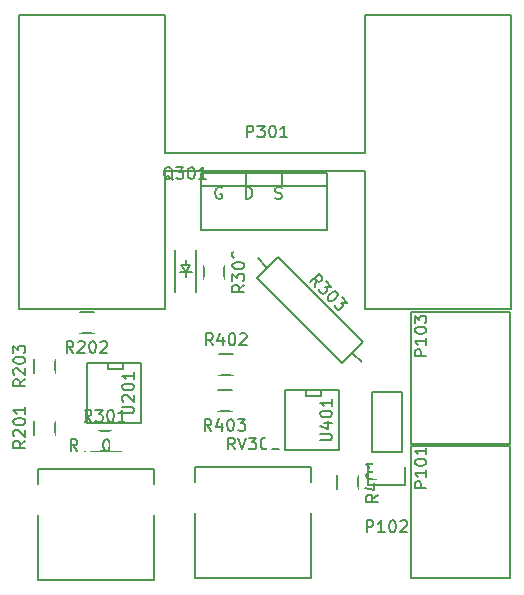
<source format=gto>
G04 #@! TF.FileFunction,Legend,Top*
%FSLAX46Y46*%
G04 Gerber Fmt 4.6, Leading zero omitted, Abs format (unit mm)*
G04 Created by KiCad (PCBNEW 4.0.2-4+6225~38~ubuntu14.04.1-stable) date Tue 01 Mar 2016 01:56:53 PM PST*
%MOMM*%
G01*
G04 APERTURE LIST*
%ADD10C,0.100000*%
%ADD11C,0.150000*%
%ADD12C,2.711400*%
%ADD13R,1.700000X1.900000*%
%ADD14R,1.900000X1.700000*%
%ADD15R,1.543000X0.908000*%
%ADD16R,1.620000X1.310000*%
%ADD17C,2.398980*%
%ADD18R,2.432000X2.127200*%
%ADD19O,2.432000X2.127200*%
%ADD20O,1.901140X2.899360*%
%ADD21R,2.940000X2.940000*%
%ADD22O,2.940000X2.940000*%
%ADD23C,2.400000*%
%ADD24O,2.400000X2.600000*%
G04 APERTURE END LIST*
D10*
D11*
X93332300Y-76454000D02*
X105638600Y-76454000D01*
X93332300Y-51562000D02*
X105638600Y-51562000D01*
X64033400Y-51562000D02*
X76339700Y-51562000D01*
X64033400Y-76454000D02*
X76339700Y-76454000D01*
X93332300Y-64757300D02*
X93332300Y-76454000D01*
X76339700Y-64757300D02*
X76339700Y-76454000D01*
X76342240Y-63258700D02*
X76339700Y-51562000D01*
X93332300Y-63258700D02*
X93332300Y-51562000D01*
X76339700Y-64757300D02*
X93332300Y-64757300D01*
X76339700Y-63258700D02*
X93332300Y-63258700D01*
X64033400Y-76454000D02*
X64033400Y-51562000D01*
X105638600Y-51562000D02*
X105638600Y-76454000D01*
X67042000Y-85887000D02*
X67042000Y-87087000D01*
X65292000Y-87087000D02*
X65292000Y-85887000D01*
X69123000Y-76722000D02*
X70323000Y-76722000D01*
X70323000Y-78472000D02*
X69123000Y-78472000D01*
X67042000Y-80680000D02*
X67042000Y-81880000D01*
X65292000Y-81880000D02*
X65292000Y-80680000D01*
X71847000Y-88505000D02*
X70647000Y-88505000D01*
X70647000Y-86755000D02*
X71847000Y-86755000D01*
X79643000Y-73879000D02*
X79643000Y-72679000D01*
X81393000Y-72679000D02*
X81393000Y-73879000D01*
X90946000Y-91659000D02*
X90946000Y-90459000D01*
X92696000Y-90459000D02*
X92696000Y-91659000D01*
X82134000Y-82028000D02*
X80934000Y-82028000D01*
X80934000Y-80278000D02*
X82134000Y-80278000D01*
X80807000Y-83326000D02*
X82007000Y-83326000D01*
X82007000Y-85076000D02*
X80807000Y-85076000D01*
X74295000Y-81026000D02*
X74295000Y-86106000D01*
X74295000Y-86106000D02*
X69723000Y-86106000D01*
X69723000Y-86106000D02*
X69723000Y-81026000D01*
X69723000Y-81026000D02*
X74295000Y-81026000D01*
X72771000Y-81026000D02*
X72771000Y-81534000D01*
X72771000Y-81534000D02*
X71501000Y-81534000D01*
X71501000Y-81534000D02*
X71501000Y-81026000D01*
X91059000Y-83312000D02*
X91059000Y-88392000D01*
X91059000Y-88392000D02*
X86487000Y-88392000D01*
X86487000Y-88392000D02*
X86487000Y-83312000D01*
X86487000Y-83312000D02*
X91059000Y-83312000D01*
X89535000Y-83312000D02*
X89535000Y-83820000D01*
X89535000Y-83820000D02*
X88265000Y-83820000D01*
X88265000Y-83820000D02*
X88265000Y-83312000D01*
X78105000Y-72707500D02*
X78105000Y-72326500D01*
X78105000Y-73723500D02*
X78105000Y-73342500D01*
X78105000Y-73342500D02*
X77724000Y-72707500D01*
X77724000Y-72707500D02*
X78486000Y-72707500D01*
X78486000Y-72707500D02*
X78105000Y-73342500D01*
X77597000Y-73342500D02*
X78613000Y-73342500D01*
X79005000Y-75025000D02*
X79005000Y-71485000D01*
X77205000Y-75025000D02*
X77205000Y-71485000D01*
X85921224Y-72060173D02*
X84125173Y-73856224D01*
X84125173Y-73856224D02*
X91309378Y-81040429D01*
X91309378Y-81040429D02*
X93105429Y-79244378D01*
X93105429Y-79244378D02*
X85921224Y-72060173D01*
X93020576Y-80955576D02*
X92207403Y-80142403D01*
X84210026Y-72145026D02*
X85023198Y-72958198D01*
X96393000Y-88519000D02*
X96393000Y-83439000D01*
X96393000Y-83439000D02*
X93853000Y-83439000D01*
X93853000Y-83439000D02*
X93853000Y-88519000D01*
X93573000Y-91339000D02*
X93573000Y-89789000D01*
X93853000Y-88519000D02*
X96393000Y-88519000D01*
X96673000Y-89789000D02*
X96673000Y-91339000D01*
X96673000Y-91339000D02*
X93573000Y-91339000D01*
X83185000Y-64897000D02*
X83185000Y-66040000D01*
X86233000Y-64897000D02*
X86233000Y-66040000D01*
X90043000Y-66040000D02*
X90043000Y-69723000D01*
X90043000Y-69723000D02*
X79375000Y-69723000D01*
X79375000Y-69723000D02*
X79375000Y-66040000D01*
X90043000Y-64897000D02*
X90043000Y-66040000D01*
X90043000Y-66040000D02*
X79375000Y-66040000D01*
X79375000Y-66040000D02*
X79375000Y-64897000D01*
X84709000Y-64897000D02*
X79375000Y-64897000D01*
X84709000Y-64897000D02*
X90043000Y-64897000D01*
X97155000Y-99187000D02*
X105537000Y-99187000D01*
X105537000Y-97409000D02*
X105537000Y-93599000D01*
X105537000Y-99187000D02*
X105537000Y-88011000D01*
X105537000Y-88011000D02*
X97155000Y-88011000D01*
X97155000Y-88011000D02*
X97155000Y-99187000D01*
X97155000Y-87884000D02*
X105537000Y-87884000D01*
X105537000Y-86106000D02*
X105537000Y-82296000D01*
X105537000Y-87884000D02*
X105537000Y-76708000D01*
X105537000Y-76708000D02*
X97155000Y-76708000D01*
X97155000Y-76708000D02*
X97155000Y-87884000D01*
X78920000Y-99258000D02*
X88720000Y-99258000D01*
X78920000Y-89858000D02*
X88720000Y-89858000D01*
X88720000Y-89858000D02*
X88720000Y-99258000D01*
X78920000Y-89858000D02*
X78920000Y-99258000D01*
X65585000Y-99385000D02*
X75385000Y-99385000D01*
X65585000Y-89985000D02*
X75385000Y-89985000D01*
X75385000Y-89985000D02*
X75385000Y-99385000D01*
X65585000Y-89985000D02*
X65585000Y-99385000D01*
X83272524Y-61920381D02*
X83272524Y-60920381D01*
X83653477Y-60920381D01*
X83748715Y-60968000D01*
X83796334Y-61015619D01*
X83843953Y-61110857D01*
X83843953Y-61253714D01*
X83796334Y-61348952D01*
X83748715Y-61396571D01*
X83653477Y-61444190D01*
X83272524Y-61444190D01*
X84177286Y-60920381D02*
X84796334Y-60920381D01*
X84463000Y-61301333D01*
X84605858Y-61301333D01*
X84701096Y-61348952D01*
X84748715Y-61396571D01*
X84796334Y-61491810D01*
X84796334Y-61729905D01*
X84748715Y-61825143D01*
X84701096Y-61872762D01*
X84605858Y-61920381D01*
X84320143Y-61920381D01*
X84224905Y-61872762D01*
X84177286Y-61825143D01*
X85415381Y-60920381D02*
X85510620Y-60920381D01*
X85605858Y-60968000D01*
X85653477Y-61015619D01*
X85701096Y-61110857D01*
X85748715Y-61301333D01*
X85748715Y-61539429D01*
X85701096Y-61729905D01*
X85653477Y-61825143D01*
X85605858Y-61872762D01*
X85510620Y-61920381D01*
X85415381Y-61920381D01*
X85320143Y-61872762D01*
X85272524Y-61825143D01*
X85224905Y-61729905D01*
X85177286Y-61539429D01*
X85177286Y-61301333D01*
X85224905Y-61110857D01*
X85272524Y-61015619D01*
X85320143Y-60968000D01*
X85415381Y-60920381D01*
X86701096Y-61920381D02*
X86129667Y-61920381D01*
X86415381Y-61920381D02*
X86415381Y-60920381D01*
X86320143Y-61063238D01*
X86224905Y-61158476D01*
X86129667Y-61206095D01*
X64519381Y-87606047D02*
X64043190Y-87939381D01*
X64519381Y-88177476D02*
X63519381Y-88177476D01*
X63519381Y-87796523D01*
X63567000Y-87701285D01*
X63614619Y-87653666D01*
X63709857Y-87606047D01*
X63852714Y-87606047D01*
X63947952Y-87653666D01*
X63995571Y-87701285D01*
X64043190Y-87796523D01*
X64043190Y-88177476D01*
X63614619Y-87225095D02*
X63567000Y-87177476D01*
X63519381Y-87082238D01*
X63519381Y-86844142D01*
X63567000Y-86748904D01*
X63614619Y-86701285D01*
X63709857Y-86653666D01*
X63805095Y-86653666D01*
X63947952Y-86701285D01*
X64519381Y-87272714D01*
X64519381Y-86653666D01*
X63519381Y-86034619D02*
X63519381Y-85939380D01*
X63567000Y-85844142D01*
X63614619Y-85796523D01*
X63709857Y-85748904D01*
X63900333Y-85701285D01*
X64138429Y-85701285D01*
X64328905Y-85748904D01*
X64424143Y-85796523D01*
X64471762Y-85844142D01*
X64519381Y-85939380D01*
X64519381Y-86034619D01*
X64471762Y-86129857D01*
X64424143Y-86177476D01*
X64328905Y-86225095D01*
X64138429Y-86272714D01*
X63900333Y-86272714D01*
X63709857Y-86225095D01*
X63614619Y-86177476D01*
X63567000Y-86129857D01*
X63519381Y-86034619D01*
X64519381Y-84748904D02*
X64519381Y-85320333D01*
X64519381Y-85034619D02*
X63519381Y-85034619D01*
X63662238Y-85129857D01*
X63757476Y-85225095D01*
X63805095Y-85320333D01*
X68603953Y-80149381D02*
X68270619Y-79673190D01*
X68032524Y-80149381D02*
X68032524Y-79149381D01*
X68413477Y-79149381D01*
X68508715Y-79197000D01*
X68556334Y-79244619D01*
X68603953Y-79339857D01*
X68603953Y-79482714D01*
X68556334Y-79577952D01*
X68508715Y-79625571D01*
X68413477Y-79673190D01*
X68032524Y-79673190D01*
X68984905Y-79244619D02*
X69032524Y-79197000D01*
X69127762Y-79149381D01*
X69365858Y-79149381D01*
X69461096Y-79197000D01*
X69508715Y-79244619D01*
X69556334Y-79339857D01*
X69556334Y-79435095D01*
X69508715Y-79577952D01*
X68937286Y-80149381D01*
X69556334Y-80149381D01*
X70175381Y-79149381D02*
X70270620Y-79149381D01*
X70365858Y-79197000D01*
X70413477Y-79244619D01*
X70461096Y-79339857D01*
X70508715Y-79530333D01*
X70508715Y-79768429D01*
X70461096Y-79958905D01*
X70413477Y-80054143D01*
X70365858Y-80101762D01*
X70270620Y-80149381D01*
X70175381Y-80149381D01*
X70080143Y-80101762D01*
X70032524Y-80054143D01*
X69984905Y-79958905D01*
X69937286Y-79768429D01*
X69937286Y-79530333D01*
X69984905Y-79339857D01*
X70032524Y-79244619D01*
X70080143Y-79197000D01*
X70175381Y-79149381D01*
X70889667Y-79244619D02*
X70937286Y-79197000D01*
X71032524Y-79149381D01*
X71270620Y-79149381D01*
X71365858Y-79197000D01*
X71413477Y-79244619D01*
X71461096Y-79339857D01*
X71461096Y-79435095D01*
X71413477Y-79577952D01*
X70842048Y-80149381D01*
X71461096Y-80149381D01*
X64519381Y-82399047D02*
X64043190Y-82732381D01*
X64519381Y-82970476D02*
X63519381Y-82970476D01*
X63519381Y-82589523D01*
X63567000Y-82494285D01*
X63614619Y-82446666D01*
X63709857Y-82399047D01*
X63852714Y-82399047D01*
X63947952Y-82446666D01*
X63995571Y-82494285D01*
X64043190Y-82589523D01*
X64043190Y-82970476D01*
X63614619Y-82018095D02*
X63567000Y-81970476D01*
X63519381Y-81875238D01*
X63519381Y-81637142D01*
X63567000Y-81541904D01*
X63614619Y-81494285D01*
X63709857Y-81446666D01*
X63805095Y-81446666D01*
X63947952Y-81494285D01*
X64519381Y-82065714D01*
X64519381Y-81446666D01*
X63519381Y-80827619D02*
X63519381Y-80732380D01*
X63567000Y-80637142D01*
X63614619Y-80589523D01*
X63709857Y-80541904D01*
X63900333Y-80494285D01*
X64138429Y-80494285D01*
X64328905Y-80541904D01*
X64424143Y-80589523D01*
X64471762Y-80637142D01*
X64519381Y-80732380D01*
X64519381Y-80827619D01*
X64471762Y-80922857D01*
X64424143Y-80970476D01*
X64328905Y-81018095D01*
X64138429Y-81065714D01*
X63900333Y-81065714D01*
X63709857Y-81018095D01*
X63614619Y-80970476D01*
X63567000Y-80922857D01*
X63519381Y-80827619D01*
X63519381Y-80160952D02*
X63519381Y-79541904D01*
X63900333Y-79875238D01*
X63900333Y-79732380D01*
X63947952Y-79637142D01*
X63995571Y-79589523D01*
X64090810Y-79541904D01*
X64328905Y-79541904D01*
X64424143Y-79589523D01*
X64471762Y-79637142D01*
X64519381Y-79732380D01*
X64519381Y-80018095D01*
X64471762Y-80113333D01*
X64424143Y-80160952D01*
X70127953Y-85982381D02*
X69794619Y-85506190D01*
X69556524Y-85982381D02*
X69556524Y-84982381D01*
X69937477Y-84982381D01*
X70032715Y-85030000D01*
X70080334Y-85077619D01*
X70127953Y-85172857D01*
X70127953Y-85315714D01*
X70080334Y-85410952D01*
X70032715Y-85458571D01*
X69937477Y-85506190D01*
X69556524Y-85506190D01*
X70461286Y-84982381D02*
X71080334Y-84982381D01*
X70747000Y-85363333D01*
X70889858Y-85363333D01*
X70985096Y-85410952D01*
X71032715Y-85458571D01*
X71080334Y-85553810D01*
X71080334Y-85791905D01*
X71032715Y-85887143D01*
X70985096Y-85934762D01*
X70889858Y-85982381D01*
X70604143Y-85982381D01*
X70508905Y-85934762D01*
X70461286Y-85887143D01*
X71699381Y-84982381D02*
X71794620Y-84982381D01*
X71889858Y-85030000D01*
X71937477Y-85077619D01*
X71985096Y-85172857D01*
X72032715Y-85363333D01*
X72032715Y-85601429D01*
X71985096Y-85791905D01*
X71937477Y-85887143D01*
X71889858Y-85934762D01*
X71794620Y-85982381D01*
X71699381Y-85982381D01*
X71604143Y-85934762D01*
X71556524Y-85887143D01*
X71508905Y-85791905D01*
X71461286Y-85601429D01*
X71461286Y-85363333D01*
X71508905Y-85172857D01*
X71556524Y-85077619D01*
X71604143Y-85030000D01*
X71699381Y-84982381D01*
X72985096Y-85982381D02*
X72413667Y-85982381D01*
X72699381Y-85982381D02*
X72699381Y-84982381D01*
X72604143Y-85125238D01*
X72508905Y-85220476D01*
X72413667Y-85268095D01*
X83070381Y-74398047D02*
X82594190Y-74731381D01*
X83070381Y-74969476D02*
X82070381Y-74969476D01*
X82070381Y-74588523D01*
X82118000Y-74493285D01*
X82165619Y-74445666D01*
X82260857Y-74398047D01*
X82403714Y-74398047D01*
X82498952Y-74445666D01*
X82546571Y-74493285D01*
X82594190Y-74588523D01*
X82594190Y-74969476D01*
X82070381Y-74064714D02*
X82070381Y-73445666D01*
X82451333Y-73779000D01*
X82451333Y-73636142D01*
X82498952Y-73540904D01*
X82546571Y-73493285D01*
X82641810Y-73445666D01*
X82879905Y-73445666D01*
X82975143Y-73493285D01*
X83022762Y-73540904D01*
X83070381Y-73636142D01*
X83070381Y-73921857D01*
X83022762Y-74017095D01*
X82975143Y-74064714D01*
X82070381Y-72826619D02*
X82070381Y-72731380D01*
X82118000Y-72636142D01*
X82165619Y-72588523D01*
X82260857Y-72540904D01*
X82451333Y-72493285D01*
X82689429Y-72493285D01*
X82879905Y-72540904D01*
X82975143Y-72588523D01*
X83022762Y-72636142D01*
X83070381Y-72731380D01*
X83070381Y-72826619D01*
X83022762Y-72921857D01*
X82975143Y-72969476D01*
X82879905Y-73017095D01*
X82689429Y-73064714D01*
X82451333Y-73064714D01*
X82260857Y-73017095D01*
X82165619Y-72969476D01*
X82118000Y-72921857D01*
X82070381Y-72826619D01*
X82165619Y-72112333D02*
X82118000Y-72064714D01*
X82070381Y-71969476D01*
X82070381Y-71731380D01*
X82118000Y-71636142D01*
X82165619Y-71588523D01*
X82260857Y-71540904D01*
X82356095Y-71540904D01*
X82498952Y-71588523D01*
X83070381Y-72159952D01*
X83070381Y-71540904D01*
X94373381Y-92178047D02*
X93897190Y-92511381D01*
X94373381Y-92749476D02*
X93373381Y-92749476D01*
X93373381Y-92368523D01*
X93421000Y-92273285D01*
X93468619Y-92225666D01*
X93563857Y-92178047D01*
X93706714Y-92178047D01*
X93801952Y-92225666D01*
X93849571Y-92273285D01*
X93897190Y-92368523D01*
X93897190Y-92749476D01*
X93706714Y-91320904D02*
X94373381Y-91320904D01*
X93325762Y-91559000D02*
X94040048Y-91797095D01*
X94040048Y-91178047D01*
X93373381Y-90606619D02*
X93373381Y-90511380D01*
X93421000Y-90416142D01*
X93468619Y-90368523D01*
X93563857Y-90320904D01*
X93754333Y-90273285D01*
X93992429Y-90273285D01*
X94182905Y-90320904D01*
X94278143Y-90368523D01*
X94325762Y-90416142D01*
X94373381Y-90511380D01*
X94373381Y-90606619D01*
X94325762Y-90701857D01*
X94278143Y-90749476D01*
X94182905Y-90797095D01*
X93992429Y-90844714D01*
X93754333Y-90844714D01*
X93563857Y-90797095D01*
X93468619Y-90749476D01*
X93421000Y-90701857D01*
X93373381Y-90606619D01*
X94373381Y-89320904D02*
X94373381Y-89892333D01*
X94373381Y-89606619D02*
X93373381Y-89606619D01*
X93516238Y-89701857D01*
X93611476Y-89797095D01*
X93659095Y-89892333D01*
X80414953Y-79505381D02*
X80081619Y-79029190D01*
X79843524Y-79505381D02*
X79843524Y-78505381D01*
X80224477Y-78505381D01*
X80319715Y-78553000D01*
X80367334Y-78600619D01*
X80414953Y-78695857D01*
X80414953Y-78838714D01*
X80367334Y-78933952D01*
X80319715Y-78981571D01*
X80224477Y-79029190D01*
X79843524Y-79029190D01*
X81272096Y-78838714D02*
X81272096Y-79505381D01*
X81034000Y-78457762D02*
X80795905Y-79172048D01*
X81414953Y-79172048D01*
X81986381Y-78505381D02*
X82081620Y-78505381D01*
X82176858Y-78553000D01*
X82224477Y-78600619D01*
X82272096Y-78695857D01*
X82319715Y-78886333D01*
X82319715Y-79124429D01*
X82272096Y-79314905D01*
X82224477Y-79410143D01*
X82176858Y-79457762D01*
X82081620Y-79505381D01*
X81986381Y-79505381D01*
X81891143Y-79457762D01*
X81843524Y-79410143D01*
X81795905Y-79314905D01*
X81748286Y-79124429D01*
X81748286Y-78886333D01*
X81795905Y-78695857D01*
X81843524Y-78600619D01*
X81891143Y-78553000D01*
X81986381Y-78505381D01*
X82700667Y-78600619D02*
X82748286Y-78553000D01*
X82843524Y-78505381D01*
X83081620Y-78505381D01*
X83176858Y-78553000D01*
X83224477Y-78600619D01*
X83272096Y-78695857D01*
X83272096Y-78791095D01*
X83224477Y-78933952D01*
X82653048Y-79505381D01*
X83272096Y-79505381D01*
X80287953Y-86753381D02*
X79954619Y-86277190D01*
X79716524Y-86753381D02*
X79716524Y-85753381D01*
X80097477Y-85753381D01*
X80192715Y-85801000D01*
X80240334Y-85848619D01*
X80287953Y-85943857D01*
X80287953Y-86086714D01*
X80240334Y-86181952D01*
X80192715Y-86229571D01*
X80097477Y-86277190D01*
X79716524Y-86277190D01*
X81145096Y-86086714D02*
X81145096Y-86753381D01*
X80907000Y-85705762D02*
X80668905Y-86420048D01*
X81287953Y-86420048D01*
X81859381Y-85753381D02*
X81954620Y-85753381D01*
X82049858Y-85801000D01*
X82097477Y-85848619D01*
X82145096Y-85943857D01*
X82192715Y-86134333D01*
X82192715Y-86372429D01*
X82145096Y-86562905D01*
X82097477Y-86658143D01*
X82049858Y-86705762D01*
X81954620Y-86753381D01*
X81859381Y-86753381D01*
X81764143Y-86705762D01*
X81716524Y-86658143D01*
X81668905Y-86562905D01*
X81621286Y-86372429D01*
X81621286Y-86134333D01*
X81668905Y-85943857D01*
X81716524Y-85848619D01*
X81764143Y-85801000D01*
X81859381Y-85753381D01*
X82526048Y-85753381D02*
X83145096Y-85753381D01*
X82811762Y-86134333D01*
X82954620Y-86134333D01*
X83049858Y-86181952D01*
X83097477Y-86229571D01*
X83145096Y-86324810D01*
X83145096Y-86562905D01*
X83097477Y-86658143D01*
X83049858Y-86705762D01*
X82954620Y-86753381D01*
X82668905Y-86753381D01*
X82573667Y-86705762D01*
X82526048Y-86658143D01*
X72731381Y-85280286D02*
X73540905Y-85280286D01*
X73636143Y-85232667D01*
X73683762Y-85185048D01*
X73731381Y-85089810D01*
X73731381Y-84899333D01*
X73683762Y-84804095D01*
X73636143Y-84756476D01*
X73540905Y-84708857D01*
X72731381Y-84708857D01*
X72826619Y-84280286D02*
X72779000Y-84232667D01*
X72731381Y-84137429D01*
X72731381Y-83899333D01*
X72779000Y-83804095D01*
X72826619Y-83756476D01*
X72921857Y-83708857D01*
X73017095Y-83708857D01*
X73159952Y-83756476D01*
X73731381Y-84327905D01*
X73731381Y-83708857D01*
X72731381Y-83089810D02*
X72731381Y-82994571D01*
X72779000Y-82899333D01*
X72826619Y-82851714D01*
X72921857Y-82804095D01*
X73112333Y-82756476D01*
X73350429Y-82756476D01*
X73540905Y-82804095D01*
X73636143Y-82851714D01*
X73683762Y-82899333D01*
X73731381Y-82994571D01*
X73731381Y-83089810D01*
X73683762Y-83185048D01*
X73636143Y-83232667D01*
X73540905Y-83280286D01*
X73350429Y-83327905D01*
X73112333Y-83327905D01*
X72921857Y-83280286D01*
X72826619Y-83232667D01*
X72779000Y-83185048D01*
X72731381Y-83089810D01*
X73731381Y-81804095D02*
X73731381Y-82375524D01*
X73731381Y-82089810D02*
X72731381Y-82089810D01*
X72874238Y-82185048D01*
X72969476Y-82280286D01*
X73017095Y-82375524D01*
X89495381Y-87566286D02*
X90304905Y-87566286D01*
X90400143Y-87518667D01*
X90447762Y-87471048D01*
X90495381Y-87375810D01*
X90495381Y-87185333D01*
X90447762Y-87090095D01*
X90400143Y-87042476D01*
X90304905Y-86994857D01*
X89495381Y-86994857D01*
X89828714Y-86090095D02*
X90495381Y-86090095D01*
X89447762Y-86328191D02*
X90162048Y-86566286D01*
X90162048Y-85947238D01*
X89495381Y-85375810D02*
X89495381Y-85280571D01*
X89543000Y-85185333D01*
X89590619Y-85137714D01*
X89685857Y-85090095D01*
X89876333Y-85042476D01*
X90114429Y-85042476D01*
X90304905Y-85090095D01*
X90400143Y-85137714D01*
X90447762Y-85185333D01*
X90495381Y-85280571D01*
X90495381Y-85375810D01*
X90447762Y-85471048D01*
X90400143Y-85518667D01*
X90304905Y-85566286D01*
X90114429Y-85613905D01*
X89876333Y-85613905D01*
X89685857Y-85566286D01*
X89590619Y-85518667D01*
X89543000Y-85471048D01*
X89495381Y-85375810D01*
X90495381Y-84090095D02*
X90495381Y-84661524D01*
X90495381Y-84375810D02*
X89495381Y-84375810D01*
X89638238Y-84471048D01*
X89733476Y-84566286D01*
X89781095Y-84661524D01*
X89058833Y-74585596D02*
X89159848Y-74013175D01*
X88654771Y-74181535D02*
X89361878Y-73474428D01*
X89631253Y-73743802D01*
X89664924Y-73844817D01*
X89664924Y-73912161D01*
X89631253Y-74013176D01*
X89530237Y-74114191D01*
X89429222Y-74147863D01*
X89361879Y-74147863D01*
X89260864Y-74114191D01*
X88991489Y-73844817D01*
X90001641Y-74114191D02*
X90439374Y-74551924D01*
X89934298Y-74585595D01*
X90035314Y-74686611D01*
X90068986Y-74787626D01*
X90068986Y-74854970D01*
X90035313Y-74955986D01*
X89866955Y-75124344D01*
X89765939Y-75158016D01*
X89698596Y-75158016D01*
X89597581Y-75124344D01*
X89395550Y-74922313D01*
X89361878Y-74821298D01*
X89361878Y-74753955D01*
X90877107Y-74989657D02*
X90944451Y-75057001D01*
X90978123Y-75158016D01*
X90978123Y-75225359D01*
X90944451Y-75326374D01*
X90843436Y-75494733D01*
X90675076Y-75663092D01*
X90506718Y-75764107D01*
X90405703Y-75797779D01*
X90338359Y-75797779D01*
X90237344Y-75764107D01*
X90170000Y-75696763D01*
X90136328Y-75595748D01*
X90136328Y-75528405D01*
X90170000Y-75427390D01*
X90271015Y-75259031D01*
X90439374Y-75090672D01*
X90607733Y-74989657D01*
X90708748Y-74955985D01*
X90776092Y-74955985D01*
X90877107Y-74989657D01*
X91348512Y-75461061D02*
X91786245Y-75898794D01*
X91281168Y-75932465D01*
X91382184Y-76033481D01*
X91415856Y-76134496D01*
X91415856Y-76201840D01*
X91382183Y-76302856D01*
X91213825Y-76471214D01*
X91112810Y-76504886D01*
X91045466Y-76504886D01*
X90944451Y-76471214D01*
X90742420Y-76269183D01*
X90708748Y-76168168D01*
X90708748Y-76100825D01*
X93432524Y-95341381D02*
X93432524Y-94341381D01*
X93813477Y-94341381D01*
X93908715Y-94389000D01*
X93956334Y-94436619D01*
X94003953Y-94531857D01*
X94003953Y-94674714D01*
X93956334Y-94769952D01*
X93908715Y-94817571D01*
X93813477Y-94865190D01*
X93432524Y-94865190D01*
X94956334Y-95341381D02*
X94384905Y-95341381D01*
X94670619Y-95341381D02*
X94670619Y-94341381D01*
X94575381Y-94484238D01*
X94480143Y-94579476D01*
X94384905Y-94627095D01*
X95575381Y-94341381D02*
X95670620Y-94341381D01*
X95765858Y-94389000D01*
X95813477Y-94436619D01*
X95861096Y-94531857D01*
X95908715Y-94722333D01*
X95908715Y-94960429D01*
X95861096Y-95150905D01*
X95813477Y-95246143D01*
X95765858Y-95293762D01*
X95670620Y-95341381D01*
X95575381Y-95341381D01*
X95480143Y-95293762D01*
X95432524Y-95246143D01*
X95384905Y-95150905D01*
X95337286Y-94960429D01*
X95337286Y-94722333D01*
X95384905Y-94531857D01*
X95432524Y-94436619D01*
X95480143Y-94389000D01*
X95575381Y-94341381D01*
X96289667Y-94436619D02*
X96337286Y-94389000D01*
X96432524Y-94341381D01*
X96670620Y-94341381D01*
X96765858Y-94389000D01*
X96813477Y-94436619D01*
X96861096Y-94531857D01*
X96861096Y-94627095D01*
X96813477Y-94769952D01*
X96242048Y-95341381D01*
X96861096Y-95341381D01*
X77012381Y-65524619D02*
X76917143Y-65477000D01*
X76821905Y-65381762D01*
X76679048Y-65238905D01*
X76583809Y-65191286D01*
X76488571Y-65191286D01*
X76536190Y-65429381D02*
X76440952Y-65381762D01*
X76345714Y-65286524D01*
X76298095Y-65096048D01*
X76298095Y-64762714D01*
X76345714Y-64572238D01*
X76440952Y-64477000D01*
X76536190Y-64429381D01*
X76726667Y-64429381D01*
X76821905Y-64477000D01*
X76917143Y-64572238D01*
X76964762Y-64762714D01*
X76964762Y-65096048D01*
X76917143Y-65286524D01*
X76821905Y-65381762D01*
X76726667Y-65429381D01*
X76536190Y-65429381D01*
X77298095Y-64429381D02*
X77917143Y-64429381D01*
X77583809Y-64810333D01*
X77726667Y-64810333D01*
X77821905Y-64857952D01*
X77869524Y-64905571D01*
X77917143Y-65000810D01*
X77917143Y-65238905D01*
X77869524Y-65334143D01*
X77821905Y-65381762D01*
X77726667Y-65429381D01*
X77440952Y-65429381D01*
X77345714Y-65381762D01*
X77298095Y-65334143D01*
X78536190Y-64429381D02*
X78631429Y-64429381D01*
X78726667Y-64477000D01*
X78774286Y-64524619D01*
X78821905Y-64619857D01*
X78869524Y-64810333D01*
X78869524Y-65048429D01*
X78821905Y-65238905D01*
X78774286Y-65334143D01*
X78726667Y-65381762D01*
X78631429Y-65429381D01*
X78536190Y-65429381D01*
X78440952Y-65381762D01*
X78393333Y-65334143D01*
X78345714Y-65238905D01*
X78298095Y-65048429D01*
X78298095Y-64810333D01*
X78345714Y-64619857D01*
X78393333Y-64524619D01*
X78440952Y-64477000D01*
X78536190Y-64429381D01*
X79821905Y-65429381D02*
X79250476Y-65429381D01*
X79536190Y-65429381D02*
X79536190Y-64429381D01*
X79440952Y-64572238D01*
X79345714Y-64667476D01*
X79250476Y-64715095D01*
X85693286Y-67079762D02*
X85836143Y-67127381D01*
X86074239Y-67127381D01*
X86169477Y-67079762D01*
X86217096Y-67032143D01*
X86264715Y-66936905D01*
X86264715Y-66841667D01*
X86217096Y-66746429D01*
X86169477Y-66698810D01*
X86074239Y-66651190D01*
X85883762Y-66603571D01*
X85788524Y-66555952D01*
X85740905Y-66508333D01*
X85693286Y-66413095D01*
X85693286Y-66317857D01*
X85740905Y-66222619D01*
X85788524Y-66175000D01*
X85883762Y-66127381D01*
X86121858Y-66127381D01*
X86264715Y-66175000D01*
X83177095Y-67127381D02*
X83177095Y-66127381D01*
X83415190Y-66127381D01*
X83558048Y-66175000D01*
X83653286Y-66270238D01*
X83700905Y-66365476D01*
X83748524Y-66555952D01*
X83748524Y-66698810D01*
X83700905Y-66889286D01*
X83653286Y-66984524D01*
X83558048Y-67079762D01*
X83415190Y-67127381D01*
X83177095Y-67127381D01*
X81160905Y-66175000D02*
X81065667Y-66127381D01*
X80922810Y-66127381D01*
X80779952Y-66175000D01*
X80684714Y-66270238D01*
X80637095Y-66365476D01*
X80589476Y-66555952D01*
X80589476Y-66698810D01*
X80637095Y-66889286D01*
X80684714Y-66984524D01*
X80779952Y-67079762D01*
X80922810Y-67127381D01*
X81018048Y-67127381D01*
X81160905Y-67079762D01*
X81208524Y-67032143D01*
X81208524Y-66698810D01*
X81018048Y-66698810D01*
X98496381Y-91606476D02*
X97496381Y-91606476D01*
X97496381Y-91225523D01*
X97544000Y-91130285D01*
X97591619Y-91082666D01*
X97686857Y-91035047D01*
X97829714Y-91035047D01*
X97924952Y-91082666D01*
X97972571Y-91130285D01*
X98020190Y-91225523D01*
X98020190Y-91606476D01*
X98496381Y-90082666D02*
X98496381Y-90654095D01*
X98496381Y-90368381D02*
X97496381Y-90368381D01*
X97639238Y-90463619D01*
X97734476Y-90558857D01*
X97782095Y-90654095D01*
X97496381Y-89463619D02*
X97496381Y-89368380D01*
X97544000Y-89273142D01*
X97591619Y-89225523D01*
X97686857Y-89177904D01*
X97877333Y-89130285D01*
X98115429Y-89130285D01*
X98305905Y-89177904D01*
X98401143Y-89225523D01*
X98448762Y-89273142D01*
X98496381Y-89368380D01*
X98496381Y-89463619D01*
X98448762Y-89558857D01*
X98401143Y-89606476D01*
X98305905Y-89654095D01*
X98115429Y-89701714D01*
X97877333Y-89701714D01*
X97686857Y-89654095D01*
X97591619Y-89606476D01*
X97544000Y-89558857D01*
X97496381Y-89463619D01*
X98496381Y-88177904D02*
X98496381Y-88749333D01*
X98496381Y-88463619D02*
X97496381Y-88463619D01*
X97639238Y-88558857D01*
X97734476Y-88654095D01*
X97782095Y-88749333D01*
X98496381Y-80430476D02*
X97496381Y-80430476D01*
X97496381Y-80049523D01*
X97544000Y-79954285D01*
X97591619Y-79906666D01*
X97686857Y-79859047D01*
X97829714Y-79859047D01*
X97924952Y-79906666D01*
X97972571Y-79954285D01*
X98020190Y-80049523D01*
X98020190Y-80430476D01*
X98496381Y-78906666D02*
X98496381Y-79478095D01*
X98496381Y-79192381D02*
X97496381Y-79192381D01*
X97639238Y-79287619D01*
X97734476Y-79382857D01*
X97782095Y-79478095D01*
X97496381Y-78287619D02*
X97496381Y-78192380D01*
X97544000Y-78097142D01*
X97591619Y-78049523D01*
X97686857Y-78001904D01*
X97877333Y-77954285D01*
X98115429Y-77954285D01*
X98305905Y-78001904D01*
X98401143Y-78049523D01*
X98448762Y-78097142D01*
X98496381Y-78192380D01*
X98496381Y-78287619D01*
X98448762Y-78382857D01*
X98401143Y-78430476D01*
X98305905Y-78478095D01*
X98115429Y-78525714D01*
X97877333Y-78525714D01*
X97686857Y-78478095D01*
X97591619Y-78430476D01*
X97544000Y-78382857D01*
X97496381Y-78287619D01*
X97496381Y-77620952D02*
X97496381Y-77001904D01*
X97877333Y-77335238D01*
X97877333Y-77192380D01*
X97924952Y-77097142D01*
X97972571Y-77049523D01*
X98067810Y-77001904D01*
X98305905Y-77001904D01*
X98401143Y-77049523D01*
X98448762Y-77097142D01*
X98496381Y-77192380D01*
X98496381Y-77478095D01*
X98448762Y-77573333D01*
X98401143Y-77620952D01*
X82272381Y-88336381D02*
X81939047Y-87860190D01*
X81700952Y-88336381D02*
X81700952Y-87336381D01*
X82081905Y-87336381D01*
X82177143Y-87384000D01*
X82224762Y-87431619D01*
X82272381Y-87526857D01*
X82272381Y-87669714D01*
X82224762Y-87764952D01*
X82177143Y-87812571D01*
X82081905Y-87860190D01*
X81700952Y-87860190D01*
X82558095Y-87336381D02*
X82891428Y-88336381D01*
X83224762Y-87336381D01*
X83462857Y-87336381D02*
X84081905Y-87336381D01*
X83748571Y-87717333D01*
X83891429Y-87717333D01*
X83986667Y-87764952D01*
X84034286Y-87812571D01*
X84081905Y-87907810D01*
X84081905Y-88145905D01*
X84034286Y-88241143D01*
X83986667Y-88288762D01*
X83891429Y-88336381D01*
X83605714Y-88336381D01*
X83510476Y-88288762D01*
X83462857Y-88241143D01*
X84700952Y-87336381D02*
X84796191Y-87336381D01*
X84891429Y-87384000D01*
X84939048Y-87431619D01*
X84986667Y-87526857D01*
X85034286Y-87717333D01*
X85034286Y-87955429D01*
X84986667Y-88145905D01*
X84939048Y-88241143D01*
X84891429Y-88288762D01*
X84796191Y-88336381D01*
X84700952Y-88336381D01*
X84605714Y-88288762D01*
X84558095Y-88241143D01*
X84510476Y-88145905D01*
X84462857Y-87955429D01*
X84462857Y-87717333D01*
X84510476Y-87526857D01*
X84558095Y-87431619D01*
X84605714Y-87384000D01*
X84700952Y-87336381D01*
X85986667Y-88336381D02*
X85415238Y-88336381D01*
X85700952Y-88336381D02*
X85700952Y-87336381D01*
X85605714Y-87479238D01*
X85510476Y-87574476D01*
X85415238Y-87622095D01*
X68937381Y-88463381D02*
X68604047Y-87987190D01*
X68365952Y-88463381D02*
X68365952Y-87463381D01*
X68746905Y-87463381D01*
X68842143Y-87511000D01*
X68889762Y-87558619D01*
X68937381Y-87653857D01*
X68937381Y-87796714D01*
X68889762Y-87891952D01*
X68842143Y-87939571D01*
X68746905Y-87987190D01*
X68365952Y-87987190D01*
X69223095Y-87463381D02*
X69556428Y-88463381D01*
X69889762Y-87463381D01*
X70175476Y-87558619D02*
X70223095Y-87511000D01*
X70318333Y-87463381D01*
X70556429Y-87463381D01*
X70651667Y-87511000D01*
X70699286Y-87558619D01*
X70746905Y-87653857D01*
X70746905Y-87749095D01*
X70699286Y-87891952D01*
X70127857Y-88463381D01*
X70746905Y-88463381D01*
X71365952Y-87463381D02*
X71461191Y-87463381D01*
X71556429Y-87511000D01*
X71604048Y-87558619D01*
X71651667Y-87653857D01*
X71699286Y-87844333D01*
X71699286Y-88082429D01*
X71651667Y-88272905D01*
X71604048Y-88368143D01*
X71556429Y-88415762D01*
X71461191Y-88463381D01*
X71365952Y-88463381D01*
X71270714Y-88415762D01*
X71223095Y-88368143D01*
X71175476Y-88272905D01*
X71127857Y-88082429D01*
X71127857Y-87844333D01*
X71175476Y-87653857D01*
X71223095Y-87558619D01*
X71270714Y-87511000D01*
X71365952Y-87463381D01*
X72651667Y-88463381D02*
X72080238Y-88463381D01*
X72365952Y-88463381D02*
X72365952Y-87463381D01*
X72270714Y-87606238D01*
X72175476Y-87701476D01*
X72080238Y-87749095D01*
%LPC*%
D12*
X72136000Y-64008000D03*
X97536000Y-64008000D03*
D13*
X66167000Y-87837000D03*
X66167000Y-85137000D03*
D14*
X71073000Y-77597000D03*
X68373000Y-77597000D03*
D13*
X66167000Y-82630000D03*
X66167000Y-79930000D03*
D14*
X69897000Y-87630000D03*
X72597000Y-87630000D03*
D13*
X80518000Y-71929000D03*
X80518000Y-74629000D03*
X91821000Y-89709000D03*
X91821000Y-92409000D03*
D14*
X80184000Y-81153000D03*
X82884000Y-81153000D03*
X82757000Y-84201000D03*
X80057000Y-84201000D03*
D15*
X75184000Y-81661000D03*
X75184000Y-82931000D03*
X75184000Y-84201000D03*
X75184000Y-85471000D03*
X68834000Y-85471000D03*
X68834000Y-84201000D03*
X68834000Y-82931000D03*
X68834000Y-81661000D03*
X91948000Y-83947000D03*
X91948000Y-85217000D03*
X91948000Y-86487000D03*
X91948000Y-87757000D03*
X85598000Y-87757000D03*
X85598000Y-86487000D03*
X85598000Y-85217000D03*
X85598000Y-83947000D03*
D16*
X78105000Y-74660000D03*
X78105000Y-71390000D03*
D17*
X83312000Y-71247000D03*
X93918602Y-81853602D03*
D18*
X95123000Y-89789000D03*
D19*
X95123000Y-87249000D03*
X95123000Y-84709000D03*
D20*
X84709000Y-67945000D03*
X82169000Y-67945000D03*
X87249000Y-67945000D03*
D21*
X101346000Y-96139000D03*
D22*
X101346000Y-91059000D03*
D21*
X101346000Y-84836000D03*
D22*
X101346000Y-79756000D03*
D23*
X81320000Y-95758000D03*
X83820000Y-95758000D03*
X86320000Y-95758000D03*
D24*
X88920000Y-92458000D03*
X78720000Y-92458000D03*
D23*
X67985000Y-95885000D03*
X70485000Y-95885000D03*
X72985000Y-95885000D03*
D24*
X75585000Y-92585000D03*
X65385000Y-92585000D03*
M02*

</source>
